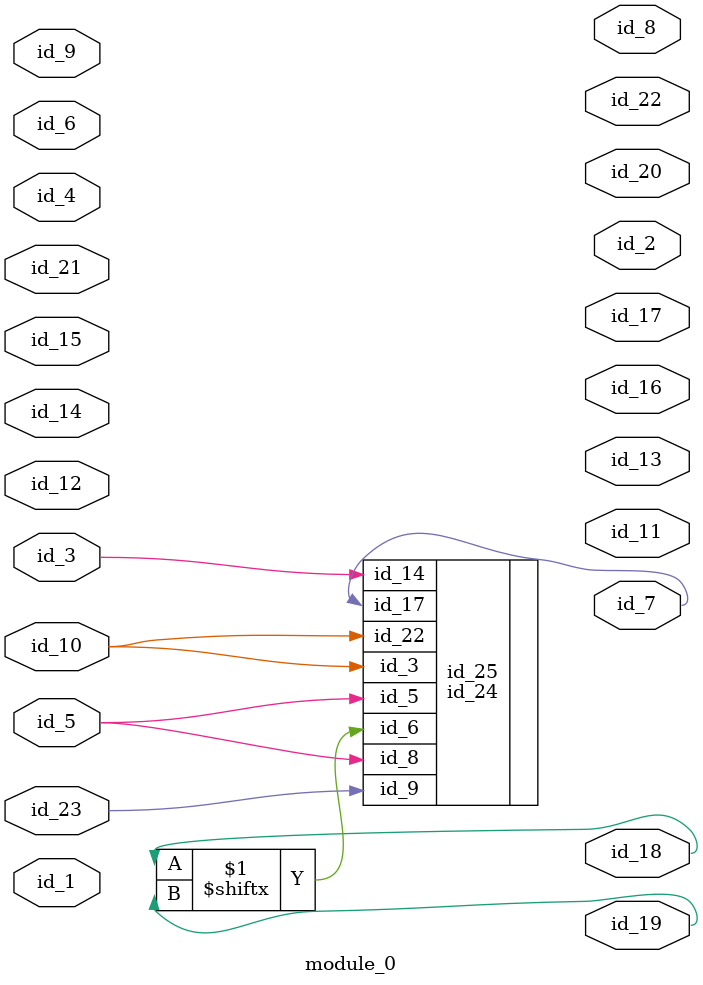
<source format=v>
module module_0 (
    id_1,
    id_2,
    id_3,
    id_4,
    id_5,
    id_6,
    id_7,
    id_8,
    id_9,
    id_10,
    id_11,
    id_12,
    id_13,
    id_14,
    id_15,
    id_16,
    id_17,
    id_18,
    id_19,
    id_20,
    id_21,
    id_22,
    id_23
);
  input id_23;
  output id_22;
  input id_21;
  output id_20;
  output id_19;
  output id_18;
  output id_17;
  output id_16;
  input id_15;
  input id_14;
  output id_13;
  input id_12;
  output id_11;
  input id_10;
  input id_9;
  output id_8;
  output id_7;
  input id_6;
  input id_5;
  input id_4;
  input id_3;
  output id_2;
  input id_1;
  id_24 id_25 (
      .id_3 (id_10),
      .id_22(id_10),
      .id_5 (id_5),
      .id_17(id_7),
      .id_6 (id_18[id_6 : id_19]),
      .id_9 (id_23),
      .id_8 (id_5),
      .id_14(id_3)
  );
endmodule

</source>
